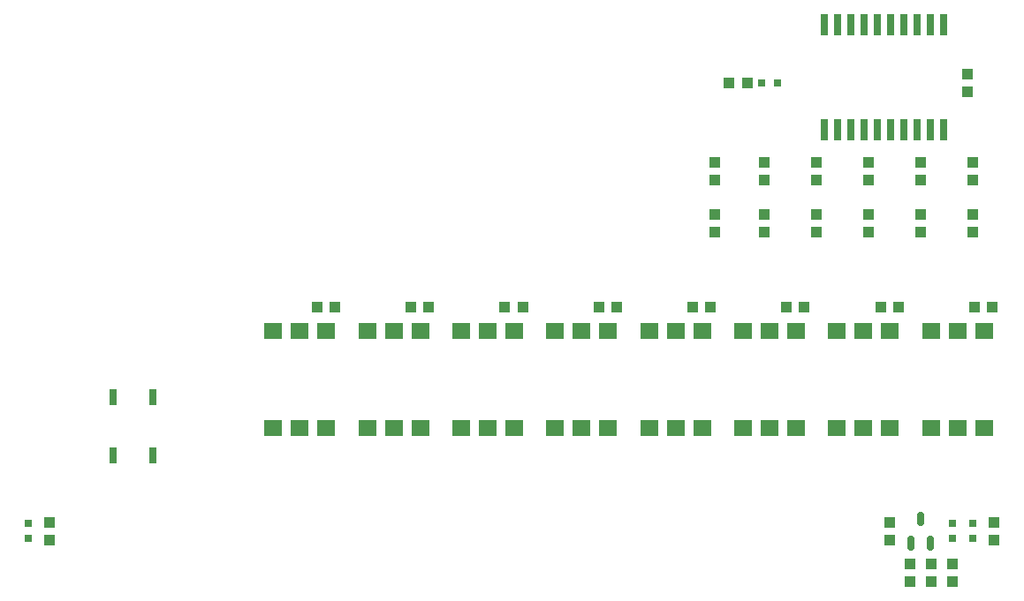
<source format=gtp>
G75*
%MOIN*%
%OFA0B0*%
%FSLAX25Y25*%
%IPPOS*%
%LPD*%
%AMOC8*
5,1,8,0,0,1.08239X$1,22.5*
%
%ADD10R,0.07008X0.05984*%
%ADD11R,0.03937X0.04331*%
%ADD12R,0.04331X0.03937*%
%ADD13R,0.02600X0.08000*%
%ADD14R,0.03150X0.03150*%
%ADD15C,0.02559*%
%ADD16R,0.03000X0.06000*%
D10*
X0109173Y0067850D03*
X0119173Y0067850D03*
X0129173Y0067850D03*
X0144606Y0067850D03*
X0154606Y0067850D03*
X0164606Y0067850D03*
X0180039Y0067850D03*
X0190039Y0067850D03*
X0200039Y0067850D03*
X0215472Y0067850D03*
X0225472Y0067850D03*
X0235472Y0067850D03*
X0250906Y0067850D03*
X0260906Y0067850D03*
X0270906Y0067850D03*
X0286339Y0067850D03*
X0296339Y0067850D03*
X0306339Y0067850D03*
X0321772Y0067850D03*
X0331772Y0067850D03*
X0341772Y0067850D03*
X0357205Y0067850D03*
X0367205Y0067850D03*
X0377205Y0067850D03*
X0377205Y0104425D03*
X0367205Y0104425D03*
X0357205Y0104425D03*
X0341772Y0104425D03*
X0331772Y0104425D03*
X0321772Y0104425D03*
X0306339Y0104425D03*
X0296339Y0104425D03*
X0286339Y0104425D03*
X0270906Y0104425D03*
X0260906Y0104425D03*
X0250906Y0104425D03*
X0235472Y0104425D03*
X0225472Y0104425D03*
X0215472Y0104425D03*
X0200039Y0104425D03*
X0190039Y0104425D03*
X0180039Y0104425D03*
X0164606Y0104425D03*
X0154606Y0104425D03*
X0144606Y0104425D03*
X0129173Y0104425D03*
X0119173Y0104425D03*
X0109173Y0104425D03*
D11*
X0125669Y0113697D03*
X0132362Y0113697D03*
X0161102Y0113697D03*
X0167795Y0113697D03*
X0196535Y0113697D03*
X0203228Y0113697D03*
X0231969Y0113697D03*
X0238661Y0113697D03*
X0267402Y0113697D03*
X0274094Y0113697D03*
X0302835Y0113697D03*
X0309528Y0113697D03*
X0338268Y0113697D03*
X0344961Y0113697D03*
X0373701Y0113697D03*
X0380394Y0113697D03*
X0371142Y0194996D03*
X0371142Y0201689D03*
X0287874Y0198343D03*
X0281181Y0198343D03*
D12*
X0275669Y0168224D03*
X0275669Y0161531D03*
X0275669Y0148539D03*
X0275669Y0141846D03*
X0294370Y0141846D03*
X0294370Y0148539D03*
X0294370Y0161531D03*
X0294370Y0168224D03*
X0314055Y0168224D03*
X0314055Y0161531D03*
X0314055Y0148539D03*
X0314055Y0141846D03*
X0333740Y0141846D03*
X0333740Y0148539D03*
X0333740Y0161531D03*
X0333740Y0168224D03*
X0353425Y0168224D03*
X0353425Y0161531D03*
X0353425Y0148539D03*
X0353425Y0141846D03*
X0373110Y0141846D03*
X0373110Y0148539D03*
X0373110Y0161531D03*
X0373110Y0168224D03*
X0380984Y0032398D03*
X0380984Y0025705D03*
X0365236Y0016650D03*
X0365236Y0009957D03*
X0357362Y0009957D03*
X0357362Y0016650D03*
X0349488Y0016650D03*
X0349488Y0009957D03*
X0341614Y0025705D03*
X0341614Y0032398D03*
X0024685Y0032398D03*
X0024685Y0025705D03*
D13*
X0317146Y0180511D03*
X0322146Y0180511D03*
X0327146Y0180511D03*
X0332146Y0180511D03*
X0337146Y0180511D03*
X0342146Y0180511D03*
X0347146Y0180511D03*
X0352146Y0180511D03*
X0357146Y0180511D03*
X0362146Y0180511D03*
X0362146Y0220111D03*
X0357146Y0220111D03*
X0352146Y0220111D03*
X0347146Y0220111D03*
X0342146Y0220111D03*
X0337146Y0220111D03*
X0332146Y0220111D03*
X0327146Y0220111D03*
X0322146Y0220111D03*
X0317146Y0220111D03*
D14*
X0016811Y0026098D03*
X0016811Y0032004D03*
X0293386Y0198343D03*
X0299291Y0198343D03*
X0365236Y0032004D03*
X0373110Y0032004D03*
X0373110Y0026098D03*
X0365236Y0026098D03*
D15*
X0357165Y0026001D02*
X0357165Y0026001D01*
X0357165Y0023047D01*
X0357165Y0023047D01*
X0357165Y0026001D01*
X0357165Y0025605D02*
X0357165Y0025605D01*
X0349685Y0026001D02*
X0349685Y0026001D01*
X0349685Y0023047D01*
X0349685Y0023047D01*
X0349685Y0026001D01*
X0349685Y0025605D02*
X0349685Y0025605D01*
X0353425Y0035056D02*
X0353425Y0035056D01*
X0353425Y0032102D01*
X0353425Y0032102D01*
X0353425Y0035056D01*
X0353425Y0034660D02*
X0353425Y0034660D01*
D16*
X0063681Y0057421D03*
X0048681Y0057421D03*
X0048681Y0079421D03*
X0063681Y0079421D03*
M02*

</source>
